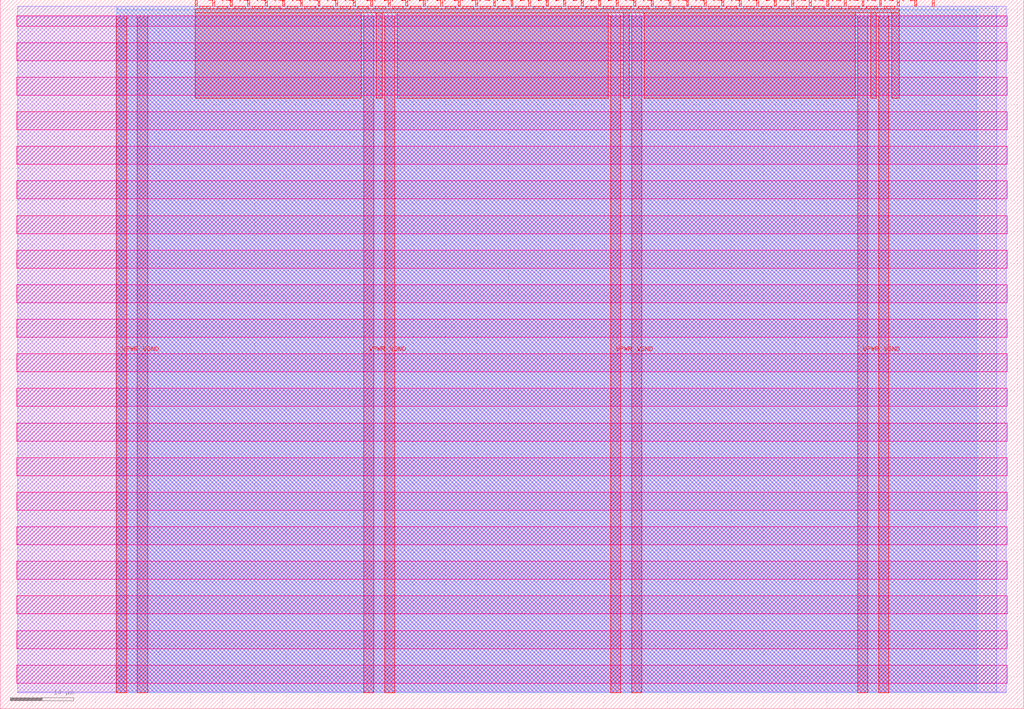
<source format=lef>
VERSION 5.7 ;
  NOWIREEXTENSIONATPIN ON ;
  DIVIDERCHAR "/" ;
  BUSBITCHARS "[]" ;
MACRO tt_um_i2s_to_pwm_arghunter
  CLASS BLOCK ;
  FOREIGN tt_um_i2s_to_pwm_arghunter ;
  ORIGIN 0.000 0.000 ;
  SIZE 161.000 BY 111.520 ;
  PIN VGND
    DIRECTION INOUT ;
    USE GROUND ;
    PORT
      LAYER met4 ;
        RECT 21.580 2.480 23.180 109.040 ;
    END
    PORT
      LAYER met4 ;
        RECT 60.450 2.480 62.050 109.040 ;
    END
    PORT
      LAYER met4 ;
        RECT 99.320 2.480 100.920 109.040 ;
    END
    PORT
      LAYER met4 ;
        RECT 138.190 2.480 139.790 109.040 ;
    END
  END VGND
  PIN VPWR
    DIRECTION INOUT ;
    USE POWER ;
    PORT
      LAYER met4 ;
        RECT 18.280 2.480 19.880 109.040 ;
    END
    PORT
      LAYER met4 ;
        RECT 57.150 2.480 58.750 109.040 ;
    END
    PORT
      LAYER met4 ;
        RECT 96.020 2.480 97.620 109.040 ;
    END
    PORT
      LAYER met4 ;
        RECT 134.890 2.480 136.490 109.040 ;
    END
  END VPWR
  PIN clk
    DIRECTION INPUT ;
    USE SIGNAL ;
    PORT
      LAYER met4 ;
        RECT 143.830 110.520 144.130 111.520 ;
    END
  END clk
  PIN ena
    DIRECTION INPUT ;
    USE SIGNAL ;
    PORT
      LAYER met4 ;
        RECT 146.590 110.520 146.890 111.520 ;
    END
  END ena
  PIN rst_n
    DIRECTION INPUT ;
    USE SIGNAL ;
    ANTENNAGATEAREA 0.196500 ;
    PORT
      LAYER met4 ;
        RECT 141.070 110.520 141.370 111.520 ;
    END
  END rst_n
  PIN ui_in[0]
    DIRECTION INPUT ;
    USE SIGNAL ;
    ANTENNAGATEAREA 0.196500 ;
    PORT
      LAYER met4 ;
        RECT 138.310 110.520 138.610 111.520 ;
    END
  END ui_in[0]
  PIN ui_in[1]
    DIRECTION INPUT ;
    USE SIGNAL ;
    ANTENNAGATEAREA 0.196500 ;
    PORT
      LAYER met4 ;
        RECT 135.550 110.520 135.850 111.520 ;
    END
  END ui_in[1]
  PIN ui_in[2]
    DIRECTION INPUT ;
    USE SIGNAL ;
    ANTENNAGATEAREA 0.196500 ;
    PORT
      LAYER met4 ;
        RECT 132.790 110.520 133.090 111.520 ;
    END
  END ui_in[2]
  PIN ui_in[3]
    DIRECTION INPUT ;
    USE SIGNAL ;
    PORT
      LAYER met4 ;
        RECT 130.030 110.520 130.330 111.520 ;
    END
  END ui_in[3]
  PIN ui_in[4]
    DIRECTION INPUT ;
    USE SIGNAL ;
    PORT
      LAYER met4 ;
        RECT 127.270 110.520 127.570 111.520 ;
    END
  END ui_in[4]
  PIN ui_in[5]
    DIRECTION INPUT ;
    USE SIGNAL ;
    PORT
      LAYER met4 ;
        RECT 124.510 110.520 124.810 111.520 ;
    END
  END ui_in[5]
  PIN ui_in[6]
    DIRECTION INPUT ;
    USE SIGNAL ;
    PORT
      LAYER met4 ;
        RECT 121.750 110.520 122.050 111.520 ;
    END
  END ui_in[6]
  PIN ui_in[7]
    DIRECTION INPUT ;
    USE SIGNAL ;
    PORT
      LAYER met4 ;
        RECT 118.990 110.520 119.290 111.520 ;
    END
  END ui_in[7]
  PIN uio_in[0]
    DIRECTION INPUT ;
    USE SIGNAL ;
    PORT
      LAYER met4 ;
        RECT 116.230 110.520 116.530 111.520 ;
    END
  END uio_in[0]
  PIN uio_in[1]
    DIRECTION INPUT ;
    USE SIGNAL ;
    PORT
      LAYER met4 ;
        RECT 113.470 110.520 113.770 111.520 ;
    END
  END uio_in[1]
  PIN uio_in[2]
    DIRECTION INPUT ;
    USE SIGNAL ;
    PORT
      LAYER met4 ;
        RECT 110.710 110.520 111.010 111.520 ;
    END
  END uio_in[2]
  PIN uio_in[3]
    DIRECTION INPUT ;
    USE SIGNAL ;
    PORT
      LAYER met4 ;
        RECT 107.950 110.520 108.250 111.520 ;
    END
  END uio_in[3]
  PIN uio_in[4]
    DIRECTION INPUT ;
    USE SIGNAL ;
    PORT
      LAYER met4 ;
        RECT 105.190 110.520 105.490 111.520 ;
    END
  END uio_in[4]
  PIN uio_in[5]
    DIRECTION INPUT ;
    USE SIGNAL ;
    PORT
      LAYER met4 ;
        RECT 102.430 110.520 102.730 111.520 ;
    END
  END uio_in[5]
  PIN uio_in[6]
    DIRECTION INPUT ;
    USE SIGNAL ;
    PORT
      LAYER met4 ;
        RECT 99.670 110.520 99.970 111.520 ;
    END
  END uio_in[6]
  PIN uio_in[7]
    DIRECTION INPUT ;
    USE SIGNAL ;
    PORT
      LAYER met4 ;
        RECT 96.910 110.520 97.210 111.520 ;
    END
  END uio_in[7]
  PIN uio_oe[0]
    DIRECTION OUTPUT ;
    USE SIGNAL ;
    ANTENNADIFFAREA 0.445500 ;
    PORT
      LAYER met4 ;
        RECT 49.990 110.520 50.290 111.520 ;
    END
  END uio_oe[0]
  PIN uio_oe[1]
    DIRECTION OUTPUT ;
    USE SIGNAL ;
    ANTENNADIFFAREA 0.445500 ;
    PORT
      LAYER met4 ;
        RECT 47.230 110.520 47.530 111.520 ;
    END
  END uio_oe[1]
  PIN uio_oe[2]
    DIRECTION OUTPUT ;
    USE SIGNAL ;
    ANTENNADIFFAREA 0.445500 ;
    PORT
      LAYER met4 ;
        RECT 44.470 110.520 44.770 111.520 ;
    END
  END uio_oe[2]
  PIN uio_oe[3]
    DIRECTION OUTPUT ;
    USE SIGNAL ;
    ANTENNADIFFAREA 0.445500 ;
    PORT
      LAYER met4 ;
        RECT 41.710 110.520 42.010 111.520 ;
    END
  END uio_oe[3]
  PIN uio_oe[4]
    DIRECTION OUTPUT ;
    USE SIGNAL ;
    ANTENNADIFFAREA 0.445500 ;
    PORT
      LAYER met4 ;
        RECT 38.950 110.520 39.250 111.520 ;
    END
  END uio_oe[4]
  PIN uio_oe[5]
    DIRECTION OUTPUT ;
    USE SIGNAL ;
    ANTENNADIFFAREA 0.445500 ;
    PORT
      LAYER met4 ;
        RECT 36.190 110.520 36.490 111.520 ;
    END
  END uio_oe[5]
  PIN uio_oe[6]
    DIRECTION OUTPUT ;
    USE SIGNAL ;
    ANTENNADIFFAREA 0.445500 ;
    PORT
      LAYER met4 ;
        RECT 33.430 110.520 33.730 111.520 ;
    END
  END uio_oe[6]
  PIN uio_oe[7]
    DIRECTION OUTPUT ;
    USE SIGNAL ;
    ANTENNADIFFAREA 0.445500 ;
    PORT
      LAYER met4 ;
        RECT 30.670 110.520 30.970 111.520 ;
    END
  END uio_oe[7]
  PIN uio_out[0]
    DIRECTION OUTPUT ;
    USE SIGNAL ;
    ANTENNADIFFAREA 0.445500 ;
    PORT
      LAYER met4 ;
        RECT 72.070 110.520 72.370 111.520 ;
    END
  END uio_out[0]
  PIN uio_out[1]
    DIRECTION OUTPUT ;
    USE SIGNAL ;
    ANTENNADIFFAREA 0.445500 ;
    PORT
      LAYER met4 ;
        RECT 69.310 110.520 69.610 111.520 ;
    END
  END uio_out[1]
  PIN uio_out[2]
    DIRECTION OUTPUT ;
    USE SIGNAL ;
    ANTENNADIFFAREA 0.445500 ;
    PORT
      LAYER met4 ;
        RECT 66.550 110.520 66.850 111.520 ;
    END
  END uio_out[2]
  PIN uio_out[3]
    DIRECTION OUTPUT ;
    USE SIGNAL ;
    ANTENNADIFFAREA 0.445500 ;
    PORT
      LAYER met4 ;
        RECT 63.790 110.520 64.090 111.520 ;
    END
  END uio_out[3]
  PIN uio_out[4]
    DIRECTION OUTPUT ;
    USE SIGNAL ;
    ANTENNADIFFAREA 0.445500 ;
    PORT
      LAYER met4 ;
        RECT 61.030 110.520 61.330 111.520 ;
    END
  END uio_out[4]
  PIN uio_out[5]
    DIRECTION OUTPUT ;
    USE SIGNAL ;
    ANTENNADIFFAREA 0.445500 ;
    PORT
      LAYER met4 ;
        RECT 58.270 110.520 58.570 111.520 ;
    END
  END uio_out[5]
  PIN uio_out[6]
    DIRECTION OUTPUT ;
    USE SIGNAL ;
    ANTENNADIFFAREA 0.445500 ;
    PORT
      LAYER met4 ;
        RECT 55.510 110.520 55.810 111.520 ;
    END
  END uio_out[6]
  PIN uio_out[7]
    DIRECTION OUTPUT ;
    USE SIGNAL ;
    ANTENNADIFFAREA 0.445500 ;
    PORT
      LAYER met4 ;
        RECT 52.750 110.520 53.050 111.520 ;
    END
  END uio_out[7]
  PIN uo_out[0]
    DIRECTION OUTPUT ;
    USE SIGNAL ;
    ANTENNADIFFAREA 0.445500 ;
    PORT
      LAYER met4 ;
        RECT 94.150 110.520 94.450 111.520 ;
    END
  END uo_out[0]
  PIN uo_out[1]
    DIRECTION OUTPUT ;
    USE SIGNAL ;
    ANTENNADIFFAREA 0.795200 ;
    PORT
      LAYER met4 ;
        RECT 91.390 110.520 91.690 111.520 ;
    END
  END uo_out[1]
  PIN uo_out[2]
    DIRECTION OUTPUT ;
    USE SIGNAL ;
    ANTENNADIFFAREA 0.445500 ;
    PORT
      LAYER met4 ;
        RECT 88.630 110.520 88.930 111.520 ;
    END
  END uo_out[2]
  PIN uo_out[3]
    DIRECTION OUTPUT ;
    USE SIGNAL ;
    ANTENNADIFFAREA 0.445500 ;
    PORT
      LAYER met4 ;
        RECT 85.870 110.520 86.170 111.520 ;
    END
  END uo_out[3]
  PIN uo_out[4]
    DIRECTION OUTPUT ;
    USE SIGNAL ;
    ANTENNADIFFAREA 0.445500 ;
    PORT
      LAYER met4 ;
        RECT 83.110 110.520 83.410 111.520 ;
    END
  END uo_out[4]
  PIN uo_out[5]
    DIRECTION OUTPUT ;
    USE SIGNAL ;
    ANTENNADIFFAREA 0.445500 ;
    PORT
      LAYER met4 ;
        RECT 80.350 110.520 80.650 111.520 ;
    END
  END uo_out[5]
  PIN uo_out[6]
    DIRECTION OUTPUT ;
    USE SIGNAL ;
    ANTENNADIFFAREA 0.445500 ;
    PORT
      LAYER met4 ;
        RECT 77.590 110.520 77.890 111.520 ;
    END
  END uo_out[6]
  PIN uo_out[7]
    DIRECTION OUTPUT ;
    USE SIGNAL ;
    ANTENNADIFFAREA 0.445500 ;
    PORT
      LAYER met4 ;
        RECT 74.830 110.520 75.130 111.520 ;
    END
  END uo_out[7]
  OBS
      LAYER nwell ;
        RECT 2.570 107.385 158.430 108.990 ;
        RECT 2.570 101.945 158.430 104.775 ;
        RECT 2.570 96.505 158.430 99.335 ;
        RECT 2.570 91.065 158.430 93.895 ;
        RECT 2.570 85.625 158.430 88.455 ;
        RECT 2.570 80.185 158.430 83.015 ;
        RECT 2.570 74.745 158.430 77.575 ;
        RECT 2.570 69.305 158.430 72.135 ;
        RECT 2.570 63.865 158.430 66.695 ;
        RECT 2.570 58.425 158.430 61.255 ;
        RECT 2.570 52.985 158.430 55.815 ;
        RECT 2.570 47.545 158.430 50.375 ;
        RECT 2.570 42.105 158.430 44.935 ;
        RECT 2.570 36.665 158.430 39.495 ;
        RECT 2.570 31.225 158.430 34.055 ;
        RECT 2.570 25.785 158.430 28.615 ;
        RECT 2.570 20.345 158.430 23.175 ;
        RECT 2.570 14.905 158.430 17.735 ;
        RECT 2.570 9.465 158.430 12.295 ;
        RECT 2.570 4.025 158.430 6.855 ;
      LAYER li1 ;
        RECT 2.760 2.635 158.240 108.885 ;
      LAYER met1 ;
        RECT 2.760 2.480 158.240 110.460 ;
      LAYER met2 ;
        RECT 18.310 2.535 156.760 110.490 ;
      LAYER met3 ;
        RECT 18.290 2.555 153.575 109.985 ;
      LAYER met4 ;
        RECT 31.370 110.120 33.030 110.520 ;
        RECT 34.130 110.120 35.790 110.520 ;
        RECT 36.890 110.120 38.550 110.520 ;
        RECT 39.650 110.120 41.310 110.520 ;
        RECT 42.410 110.120 44.070 110.520 ;
        RECT 45.170 110.120 46.830 110.520 ;
        RECT 47.930 110.120 49.590 110.520 ;
        RECT 50.690 110.120 52.350 110.520 ;
        RECT 53.450 110.120 55.110 110.520 ;
        RECT 56.210 110.120 57.870 110.520 ;
        RECT 58.970 110.120 60.630 110.520 ;
        RECT 61.730 110.120 63.390 110.520 ;
        RECT 64.490 110.120 66.150 110.520 ;
        RECT 67.250 110.120 68.910 110.520 ;
        RECT 70.010 110.120 71.670 110.520 ;
        RECT 72.770 110.120 74.430 110.520 ;
        RECT 75.530 110.120 77.190 110.520 ;
        RECT 78.290 110.120 79.950 110.520 ;
        RECT 81.050 110.120 82.710 110.520 ;
        RECT 83.810 110.120 85.470 110.520 ;
        RECT 86.570 110.120 88.230 110.520 ;
        RECT 89.330 110.120 90.990 110.520 ;
        RECT 92.090 110.120 93.750 110.520 ;
        RECT 94.850 110.120 96.510 110.520 ;
        RECT 97.610 110.120 99.270 110.520 ;
        RECT 100.370 110.120 102.030 110.520 ;
        RECT 103.130 110.120 104.790 110.520 ;
        RECT 105.890 110.120 107.550 110.520 ;
        RECT 108.650 110.120 110.310 110.520 ;
        RECT 111.410 110.120 113.070 110.520 ;
        RECT 114.170 110.120 115.830 110.520 ;
        RECT 116.930 110.120 118.590 110.520 ;
        RECT 119.690 110.120 121.350 110.520 ;
        RECT 122.450 110.120 124.110 110.520 ;
        RECT 125.210 110.120 126.870 110.520 ;
        RECT 127.970 110.120 129.630 110.520 ;
        RECT 130.730 110.120 132.390 110.520 ;
        RECT 133.490 110.120 135.150 110.520 ;
        RECT 136.250 110.120 137.910 110.520 ;
        RECT 139.010 110.120 140.670 110.520 ;
        RECT 30.655 109.440 141.385 110.120 ;
        RECT 30.655 96.055 56.750 109.440 ;
        RECT 59.150 96.055 60.050 109.440 ;
        RECT 62.450 96.055 95.620 109.440 ;
        RECT 98.020 96.055 98.920 109.440 ;
        RECT 101.320 96.055 134.490 109.440 ;
        RECT 136.890 96.055 137.790 109.440 ;
        RECT 140.190 96.055 141.385 109.440 ;
  END
END tt_um_i2s_to_pwm_arghunter
END LIBRARY


</source>
